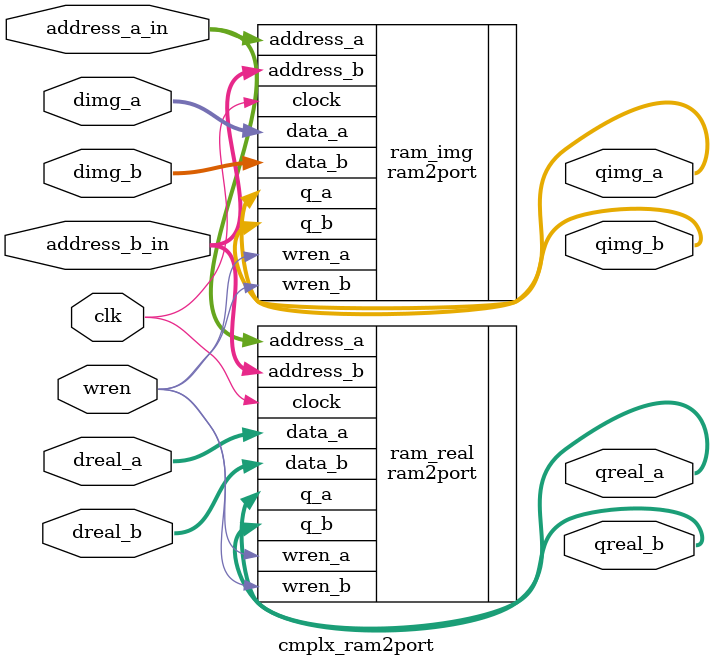
<source format=v>
module cmplx_ram2port(
    clk,
    
    // inputs
    address_a_in,
    address_b_in,
	 dreal_a,
	 dimg_a,
	 dreal_b,
	 dimg_b,
	 wren,
    // outputs
    qreal_a,
	 qimg_a,
	 qreal_b,
	 qimg_b
);

// Parameters

// Ports definition
input clk;
input [9:0]address_a_in;
input [9:0]address_b_in;
input [31:0]dreal_a;
input [31:0]dimg_a;
input [31:0]dreal_b;
input [31:0]dimg_b;
input wren;
output [31:0]qreal_a;
output [31:0]qimg_a;
output [31:0]qreal_b;
output [31:0]qimg_b;

// Private instances
ram2port ram_real(
	.address_a(address_a_in),
	.address_b(address_b_in),
	.clock(clk),
	.data_a(dreal_a),
	.data_b(dreal_b),
	.wren_a(wren),
	.wren_b(wren),
	.q_a(qreal_a),
	.q_b(qreal_b)
);
ram2port ram_img(
	.address_a(address_a_in),
	.address_b(address_b_in),
	.clock(clk),
	.data_a(dimg_a),
	.data_b(dimg_b),
	.wren_a(wren),
	.wren_b(wren),
	.q_a(qimg_a),
	.q_b(qimg_b)
);

endmodule

</source>
